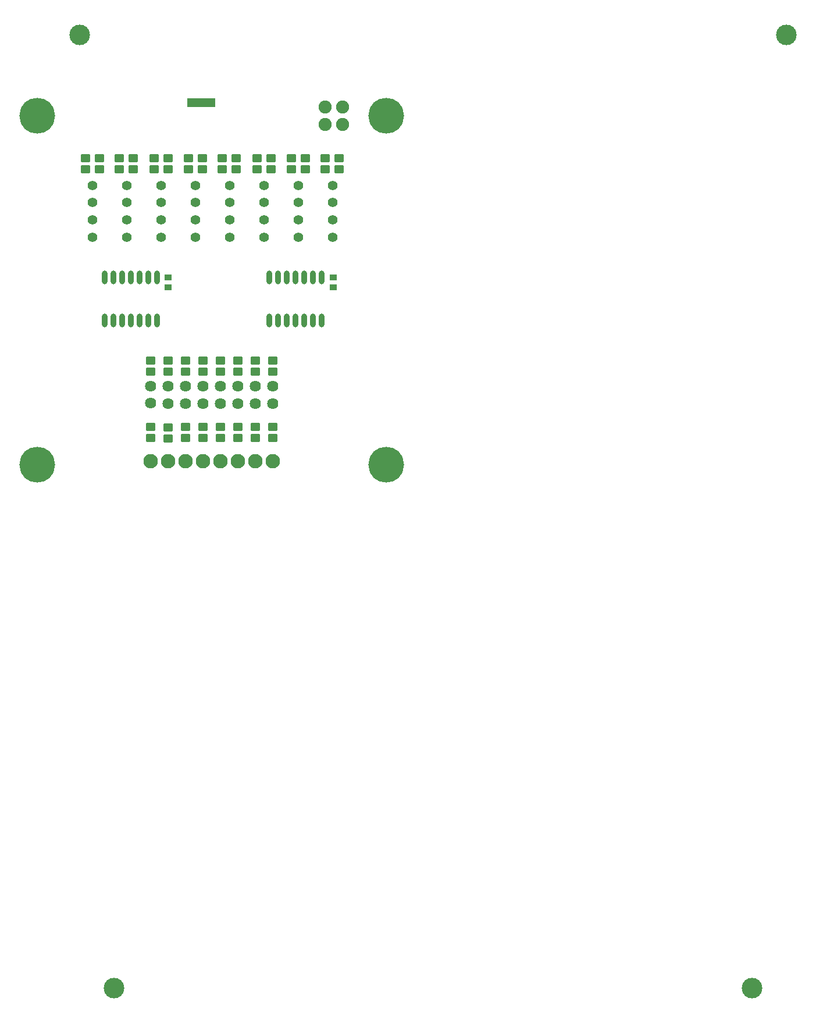
<source format=gbs>
G04 Layer: BottomSolderMaskLayer*
G04 Panelize: Stamp Hole, Column: 2, Row: 2, Board Size: 58.42mm x 58.42mm, Panelized Board Size: 122.84mm x 122.84mm*
G04 EasyEDA v6.5.34, 2023-08-03 19:43:33*
G04 740b3f77cd964f928969c304b1e17296,5a6b42c53f6a479593ecc07194224c93,10*
G04 Gerber Generator version 0.2*
G04 Scale: 100 percent, Rotated: No, Reflected: No *
G04 Dimensions in millimeters *
G04 leading zeros omitted , absolute positions ,4 integer and 5 decimal *
%FSLAX45Y45*%
%MOMM*%

%AMMACRO1*1,1,$1,$2,$3*1,1,$1,$4,$5*1,1,$1,0-$2,0-$3*1,1,$1,0-$4,0-$5*20,1,$1,$2,$3,$4,$5,0*20,1,$1,$4,$5,0-$2,0-$3,0*20,1,$1,0-$2,0-$3,0-$4,0-$5,0*20,1,$1,0-$4,0-$5,$2,$3,0*4,1,4,$2,$3,$4,$5,0-$2,0-$3,0-$4,0-$5,$2,$3,0*%
%ADD10MACRO1,0.2032X0.55X-0.5X0.55X0.5*%
%ADD11O,0.8031988000000001X2.0031963999999998*%
%ADD12MACRO1,0.1016X-0.45X0.4X-0.45X-0.4*%
%ADD13R,1.0016X0.9016*%
%ADD14C,5.2032*%
%ADD15C,1.6256*%
%ADD16C,2.1016*%
%ADD17C,1.4016*%
%ADD18C,1.9016*%
%ADD19C,3.0000*%

%LPD*%
D10*
G01*
X4076705Y4842510D03*
G01*
X4076705Y4682510D03*
G01*
X4279905Y4842510D03*
G01*
X4279905Y4682510D03*
G01*
X3784607Y4842510D03*
G01*
X3784607Y4682510D03*
G01*
X3581407Y4842510D03*
G01*
X3581407Y4682510D03*
G01*
X3276607Y4842510D03*
G01*
X3276607Y4682510D03*
G01*
X3073407Y4842510D03*
G01*
X3073407Y4682510D03*
G01*
X2781307Y4842510D03*
G01*
X2781307Y4682510D03*
G01*
X2578110Y4842510D03*
G01*
X2578110Y4682510D03*
G01*
X2286010Y4842510D03*
G01*
X2286010Y4682510D03*
G01*
X2082810Y4842510D03*
G01*
X2082810Y4682510D03*
G01*
X1778010Y4842510D03*
G01*
X1778010Y4682510D03*
G01*
X1574810Y4842510D03*
G01*
X1574810Y4682510D03*
G01*
X1282712Y4842510D03*
G01*
X1282712Y4682510D03*
G01*
X1079512Y4842510D03*
G01*
X1079512Y4682510D03*
G01*
X4775205Y4842510D03*
G01*
X4775205Y4682510D03*
G01*
X4572005Y4842510D03*
G01*
X4572005Y4682510D03*
G01*
X3556010Y929901D03*
G01*
X3556010Y769901D03*
G01*
X3302010Y929901D03*
G01*
X3302010Y769901D03*
G01*
X3048010Y929901D03*
G01*
X3048010Y769901D03*
G01*
X2794010Y929901D03*
G01*
X2794010Y769901D03*
G01*
X2540010Y929901D03*
G01*
X2540010Y769901D03*
G01*
X2288811Y926304D03*
G01*
X2288811Y766305D03*
G01*
X2032010Y929901D03*
G01*
X2032010Y769901D03*
G01*
X3556007Y1896115D03*
G01*
X3556007Y1736115D03*
G01*
X3302007Y1896115D03*
G01*
X3302007Y1736115D03*
G01*
X3048007Y1896115D03*
G01*
X3048007Y1736115D03*
G01*
X2794007Y1896115D03*
G01*
X2794007Y1736115D03*
G01*
X2540007Y1896115D03*
G01*
X2540007Y1736115D03*
G01*
X2286007Y1896115D03*
G01*
X2286007Y1736115D03*
G01*
X2032007Y1896115D03*
G01*
X2032007Y1736115D03*
G01*
X3810010Y929901D03*
G01*
X3810010Y769901D03*
D11*
G01*
X1359204Y3104032D03*
G01*
X1486204Y3104032D03*
G01*
X1613204Y3104032D03*
G01*
X1740204Y3104032D03*
G01*
X1867204Y3104032D03*
G01*
X1994204Y3104032D03*
G01*
X2121204Y3104032D03*
G01*
X1359204Y2484018D03*
G01*
X1486204Y2484018D03*
G01*
X1613204Y2484018D03*
G01*
X1740204Y2484018D03*
G01*
X1867204Y2484018D03*
G01*
X1994204Y2484018D03*
G01*
X2121204Y2484018D03*
G01*
X3759200Y3104032D03*
G01*
X3886200Y3104032D03*
G01*
X4013200Y3104032D03*
G01*
X4140200Y3104032D03*
G01*
X4267200Y3104032D03*
G01*
X4394200Y3104032D03*
G01*
X4521200Y3104032D03*
G01*
X3759200Y2484018D03*
G01*
X3886200Y2484018D03*
G01*
X4013200Y2484018D03*
G01*
X4140200Y2484018D03*
G01*
X4267200Y2484018D03*
G01*
X4394200Y2484018D03*
G01*
X4521200Y2484018D03*
D12*
G01*
X2286307Y2965301D03*
D13*
G01*
X2286304Y3105302D03*
D12*
G01*
X4686302Y2965301D03*
G01*
X4686302Y3105299D03*
D10*
G01*
X3810007Y1896115D03*
G01*
X3810007Y1736115D03*
D14*
G01*
X381000Y5461000D03*
G01*
X5461000Y5461000D03*
G01*
X5461000Y381000D03*
G01*
X381000Y381000D03*
D15*
G01*
X3556000Y1270000D03*
G01*
X3556000Y1524000D03*
G01*
X2286000Y1270000D03*
G01*
X2286000Y1524000D03*
D16*
G01*
X3807206Y435406D03*
G01*
X3553206Y435406D03*
G01*
X3299206Y435406D03*
G01*
X3045206Y435406D03*
G01*
X2791206Y435406D03*
G01*
X2537206Y435406D03*
G01*
X2283206Y435406D03*
G01*
X2029206Y435406D03*
D15*
G01*
X2032000Y1282700D03*
G01*
X2032000Y1524000D03*
G01*
X2794000Y1524000D03*
G01*
X2794000Y1270000D03*
G01*
X2540000Y1524000D03*
G01*
X2540000Y1270000D03*
G01*
X3810000Y1270000D03*
G01*
X3810000Y1524000D03*
G01*
X3302000Y1524000D03*
G01*
X3302000Y1270000D03*
G01*
X3048000Y1524000D03*
G01*
X3048000Y1270000D03*
D17*
G01*
X4681093Y3695700D03*
G01*
X4681093Y3945712D03*
G01*
X4681093Y4195698D03*
G01*
X4681093Y4445711D03*
G01*
X4181093Y3695700D03*
G01*
X4181093Y4445711D03*
G01*
X4181093Y4195698D03*
G01*
X4181093Y3945712D03*
G01*
X3681095Y3945712D03*
G01*
X3681095Y4195698D03*
G01*
X3681095Y4445711D03*
G01*
X3681095Y3695700D03*
G01*
X3181095Y3945712D03*
G01*
X3181095Y4195698D03*
G01*
X3181095Y4445711D03*
G01*
X3181095Y3695700D03*
G01*
X2681097Y3945712D03*
G01*
X2681097Y4195698D03*
G01*
X2681097Y4445711D03*
G01*
X2681097Y3695700D03*
G01*
X2181097Y3945712D03*
G01*
X2181097Y4195698D03*
G01*
X2181097Y4445711D03*
G01*
X2181097Y3695700D03*
G01*
X1681098Y3945712D03*
G01*
X1681098Y4195698D03*
G01*
X1681098Y4445711D03*
G01*
X1681098Y3695700D03*
G01*
X1181100Y3945712D03*
G01*
X1181100Y4195698D03*
G01*
X1181100Y4445711D03*
G01*
X1181100Y3695700D03*
D18*
G01*
X4572000Y5588000D03*
G01*
X4572000Y5334000D03*
G01*
X4826000Y5334000D03*
G01*
X4826000Y5588000D03*
D19*
G01*
X999997Y6641998D03*
G01*
X11284000Y6641998D03*
G01*
X1499996Y-7241997D03*
G01*
X10784001Y-7241997D03*
G36*
X2565400Y5715000D02*
G01*
X2971800Y5715000D01*
X2971800Y5588000D01*
X2565400Y5588000D01*
G37*
M02*

</source>
